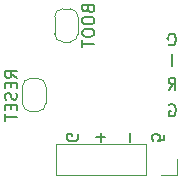
<source format=gbr>
%TF.GenerationSoftware,KiCad,Pcbnew,(5.99.0-7706-gdc1c80beb8)*%
%TF.CreationDate,2020-12-31T13:50:12+03:00*%
%TF.ProjectId,USBtoCANFD,55534274-6f43-4414-9e46-442e6b696361,rev?*%
%TF.SameCoordinates,Original*%
%TF.FileFunction,Legend,Bot*%
%TF.FilePolarity,Positive*%
%FSLAX46Y46*%
G04 Gerber Fmt 4.6, Leading zero omitted, Abs format (unit mm)*
G04 Created by KiCad (PCBNEW (5.99.0-7706-gdc1c80beb8)) date 2020-12-31 13:50:12*
%MOMM*%
%LPD*%
G01*
G04 APERTURE LIST*
%ADD10C,0.150000*%
%ADD11C,0.120000*%
G04 APERTURE END LIST*
D10*
X146750000Y-85488095D02*
X146797619Y-85583333D01*
X146797619Y-85726190D01*
X146750000Y-85869047D01*
X146654761Y-85964285D01*
X146559523Y-86011904D01*
X146369047Y-86059523D01*
X146226190Y-86059523D01*
X146035714Y-86011904D01*
X145940476Y-85964285D01*
X145845238Y-85869047D01*
X145797619Y-85726190D01*
X145797619Y-85630952D01*
X145845238Y-85488095D01*
X145892857Y-85440476D01*
X146226190Y-85440476D01*
X146226190Y-85630952D01*
X151178571Y-86130952D02*
X151178571Y-85369047D01*
X148678571Y-86130952D02*
X148678571Y-85369047D01*
X148297619Y-85750000D02*
X149059523Y-85750000D01*
X154047619Y-85511904D02*
X154047619Y-85988095D01*
X153571428Y-86035714D01*
X153619047Y-85988095D01*
X153666666Y-85892857D01*
X153666666Y-85654761D01*
X153619047Y-85559523D01*
X153571428Y-85511904D01*
X153476190Y-85464285D01*
X153238095Y-85464285D01*
X153142857Y-85511904D01*
X153095238Y-85559523D01*
X153047619Y-85654761D01*
X153047619Y-85892857D01*
X153095238Y-85988095D01*
X153142857Y-86035714D01*
X154440476Y-81702380D02*
X154773809Y-81226190D01*
X155011904Y-81702380D02*
X155011904Y-80702380D01*
X154630952Y-80702380D01*
X154535714Y-80750000D01*
X154488095Y-80797619D01*
X154440476Y-80892857D01*
X154440476Y-81035714D01*
X154488095Y-81130952D01*
X154535714Y-81178571D01*
X154630952Y-81226190D01*
X155011904Y-81226190D01*
X154440476Y-77857142D02*
X154488095Y-77904761D01*
X154630952Y-77952380D01*
X154726190Y-77952380D01*
X154869047Y-77904761D01*
X154964285Y-77809523D01*
X155011904Y-77714285D01*
X155059523Y-77523809D01*
X155059523Y-77380952D01*
X155011904Y-77190476D01*
X154964285Y-77095238D01*
X154869047Y-77000000D01*
X154726190Y-76952380D01*
X154630952Y-76952380D01*
X154488095Y-77000000D01*
X154440476Y-77047619D01*
X154488095Y-83000000D02*
X154583333Y-82952380D01*
X154726190Y-82952380D01*
X154869047Y-83000000D01*
X154964285Y-83095238D01*
X155011904Y-83190476D01*
X155059523Y-83380952D01*
X155059523Y-83523809D01*
X155011904Y-83714285D01*
X154964285Y-83809523D01*
X154869047Y-83904761D01*
X154726190Y-83952380D01*
X154630952Y-83952380D01*
X154488095Y-83904761D01*
X154440476Y-83857142D01*
X154440476Y-83523809D01*
X154630952Y-83523809D01*
X154750000Y-79702380D02*
X154750000Y-78702380D01*
%TO.C,JP1*%
X147603571Y-74892857D02*
X147651190Y-75035714D01*
X147698809Y-75083333D01*
X147794047Y-75130952D01*
X147936904Y-75130952D01*
X148032142Y-75083333D01*
X148079761Y-75035714D01*
X148127380Y-74940476D01*
X148127380Y-74559523D01*
X147127380Y-74559523D01*
X147127380Y-74892857D01*
X147175000Y-74988095D01*
X147222619Y-75035714D01*
X147317857Y-75083333D01*
X147413095Y-75083333D01*
X147508333Y-75035714D01*
X147555952Y-74988095D01*
X147603571Y-74892857D01*
X147603571Y-74559523D01*
X147127380Y-75750000D02*
X147127380Y-75940476D01*
X147175000Y-76035714D01*
X147270238Y-76130952D01*
X147460714Y-76178571D01*
X147794047Y-76178571D01*
X147984523Y-76130952D01*
X148079761Y-76035714D01*
X148127380Y-75940476D01*
X148127380Y-75750000D01*
X148079761Y-75654761D01*
X147984523Y-75559523D01*
X147794047Y-75511904D01*
X147460714Y-75511904D01*
X147270238Y-75559523D01*
X147175000Y-75654761D01*
X147127380Y-75750000D01*
X147127380Y-76797619D02*
X147127380Y-76988095D01*
X147175000Y-77083333D01*
X147270238Y-77178571D01*
X147460714Y-77226190D01*
X147794047Y-77226190D01*
X147984523Y-77178571D01*
X148079761Y-77083333D01*
X148127380Y-76988095D01*
X148127380Y-76797619D01*
X148079761Y-76702380D01*
X147984523Y-76607142D01*
X147794047Y-76559523D01*
X147460714Y-76559523D01*
X147270238Y-76607142D01*
X147175000Y-76702380D01*
X147127380Y-76797619D01*
X147127380Y-77511904D02*
X147127380Y-78083333D01*
X148127380Y-77797619D02*
X147127380Y-77797619D01*
%TO.C,JP2*%
X141602380Y-80697619D02*
X141126190Y-80364285D01*
X141602380Y-80126190D02*
X140602380Y-80126190D01*
X140602380Y-80507142D01*
X140650000Y-80602380D01*
X140697619Y-80650000D01*
X140792857Y-80697619D01*
X140935714Y-80697619D01*
X141030952Y-80650000D01*
X141078571Y-80602380D01*
X141126190Y-80507142D01*
X141126190Y-80126190D01*
X141078571Y-81126190D02*
X141078571Y-81459523D01*
X141602380Y-81602380D02*
X141602380Y-81126190D01*
X140602380Y-81126190D01*
X140602380Y-81602380D01*
X141554761Y-81983333D02*
X141602380Y-82126190D01*
X141602380Y-82364285D01*
X141554761Y-82459523D01*
X141507142Y-82507142D01*
X141411904Y-82554761D01*
X141316666Y-82554761D01*
X141221428Y-82507142D01*
X141173809Y-82459523D01*
X141126190Y-82364285D01*
X141078571Y-82173809D01*
X141030952Y-82078571D01*
X140983333Y-82030952D01*
X140888095Y-81983333D01*
X140792857Y-81983333D01*
X140697619Y-82030952D01*
X140650000Y-82078571D01*
X140602380Y-82173809D01*
X140602380Y-82411904D01*
X140650000Y-82554761D01*
X141078571Y-82983333D02*
X141078571Y-83316666D01*
X141602380Y-83459523D02*
X141602380Y-82983333D01*
X140602380Y-82983333D01*
X140602380Y-83459523D01*
X140602380Y-83745238D02*
X140602380Y-84316666D01*
X141602380Y-84030952D02*
X140602380Y-84030952D01*
D11*
%TO.C,JP1*%
X144775000Y-75550000D02*
X144775000Y-76950000D01*
X146075000Y-74850000D02*
X145475000Y-74850000D01*
X146775000Y-76950000D02*
X146775000Y-75550000D01*
X145475000Y-77650000D02*
X146075000Y-77650000D01*
X145475000Y-74850000D02*
G75*
G03*
X144775000Y-75550000I0J-700000D01*
G01*
X146075000Y-77650000D02*
G75*
G03*
X146775000Y-76950000I0J700000D01*
G01*
X144775000Y-76950000D02*
G75*
G03*
X145475000Y-77650000I700000J0D01*
G01*
X146775000Y-75550000D02*
G75*
G03*
X146075000Y-74850000I-700000J0D01*
G01*
%TO.C,JP2*%
X143350000Y-80750000D02*
X142750000Y-80750000D01*
X144050000Y-82850000D02*
X144050000Y-81450000D01*
X142750000Y-83550000D02*
X143350000Y-83550000D01*
X142050000Y-81450000D02*
X142050000Y-82850000D01*
X142050000Y-82850000D02*
G75*
G03*
X142750000Y-83550000I700000J0D01*
G01*
X144050000Y-81450000D02*
G75*
G03*
X143350000Y-80750000I-700000J0D01*
G01*
X142750000Y-80750000D02*
G75*
G03*
X142050000Y-81450000I0J-700000D01*
G01*
X143350000Y-83550000D02*
G75*
G03*
X144050000Y-82850000I0J700000D01*
G01*
%TO.C,J3*%
G36*
X154500000Y-77550000D02*
G01*
X154250000Y-77350000D01*
X154500000Y-77150000D01*
X154500000Y-77550000D01*
G37*
%TO.C,J4*%
X152540000Y-88930000D02*
X152540000Y-86270000D01*
X155140000Y-88930000D02*
X155140000Y-87600000D01*
X152540000Y-86270000D02*
X144860000Y-86270000D01*
X152540000Y-88930000D02*
X144860000Y-88930000D01*
X153810000Y-88930000D02*
X155140000Y-88930000D01*
X144860000Y-88930000D02*
X144860000Y-86270000D01*
%TD*%
M02*

</source>
